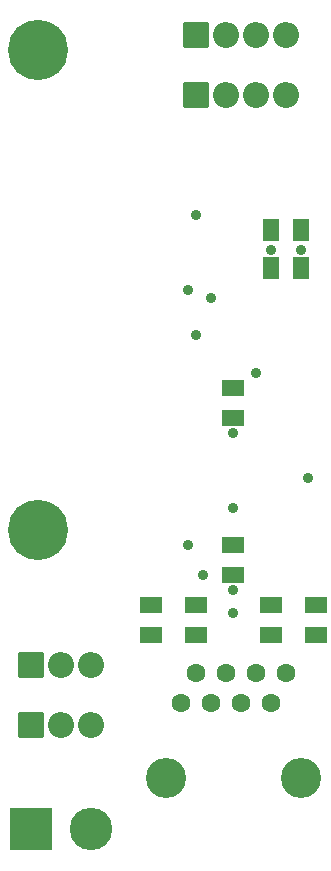
<source format=gbs>
G04 #@! TF.GenerationSoftware,KiCad,Pcbnew,7.0.9*
G04 #@! TF.CreationDate,2023-12-23T18:19:17+01:00*
G04 #@! TF.ProjectId,testing-board,74657374-696e-4672-9d62-6f6172642e6b,v1.0*
G04 #@! TF.SameCoordinates,Original*
G04 #@! TF.FileFunction,Soldermask,Bot*
G04 #@! TF.FilePolarity,Negative*
%FSLAX46Y46*%
G04 Gerber Fmt 4.6, Leading zero omitted, Abs format (unit mm)*
G04 Created by KiCad (PCBNEW 7.0.9) date 2023-12-23 18:19:17*
%MOMM*%
%LPD*%
G01*
G04 APERTURE LIST*
G04 Aperture macros list*
%AMRoundRect*
0 Rectangle with rounded corners*
0 $1 Rounding radius*
0 $2 $3 $4 $5 $6 $7 $8 $9 X,Y pos of 4 corners*
0 Add a 4 corners polygon primitive as box body*
4,1,4,$2,$3,$4,$5,$6,$7,$8,$9,$2,$3,0*
0 Add four circle primitives for the rounded corners*
1,1,$1+$1,$2,$3*
1,1,$1+$1,$4,$5*
1,1,$1+$1,$6,$7*
1,1,$1+$1,$8,$9*
0 Add four rect primitives between the rounded corners*
20,1,$1+$1,$2,$3,$4,$5,0*
20,1,$1+$1,$4,$5,$6,$7,0*
20,1,$1+$1,$6,$7,$8,$9,0*
20,1,$1+$1,$8,$9,$2,$3,0*%
%AMFreePoly0*
4,1,13,0.685355,0.935355,0.700000,0.900000,0.700000,-0.900000,0.685355,-0.935355,0.650000,-0.950000,-0.650000,-0.950000,-0.685355,-0.935355,-0.700000,-0.900000,-0.700000,0.900000,-0.685355,0.935355,-0.650000,0.950000,0.650000,0.950000,0.685355,0.935355,0.685355,0.935355,$1*%
G04 Aperture macros list end*
%ADD10RoundRect,0.050000X1.050000X-1.050000X1.050000X1.050000X-1.050000X1.050000X-1.050000X-1.050000X0*%
%ADD11O,2.200000X2.200000*%
%ADD12C,5.100000*%
%ADD13FreePoly0,90.000000*%
%ADD14RoundRect,0.050000X1.750000X1.750000X-1.750000X1.750000X-1.750000X-1.750000X1.750000X-1.750000X0*%
%ADD15C,3.600000*%
%ADD16C,3.400000*%
%ADD17C,1.600000*%
%ADD18FreePoly0,0.000000*%
%ADD19C,0.900000*%
G04 APERTURE END LIST*
D10*
X132080000Y-64135000D03*
D11*
X134620000Y-64135000D03*
X137160000Y-64135000D03*
X139700000Y-64135000D03*
D12*
X118745000Y-106045000D03*
X118745000Y-65405000D03*
D13*
X135255000Y-96520000D03*
X135255000Y-93980000D03*
X135255000Y-109855000D03*
X135255000Y-107315000D03*
X128270000Y-114935000D03*
X128270000Y-112395000D03*
X132080000Y-114935000D03*
X132080000Y-112395000D03*
X138430000Y-114935000D03*
X138430000Y-112395000D03*
X142240000Y-114935000D03*
X142240000Y-112395000D03*
D10*
X132080000Y-69215000D03*
D11*
X134620000Y-69215000D03*
X137160000Y-69215000D03*
X139700000Y-69215000D03*
D10*
X118110000Y-122555000D03*
D11*
X120650000Y-122555000D03*
X123190000Y-122555000D03*
D10*
X118110000Y-117475000D03*
D11*
X120650000Y-117475000D03*
X123190000Y-117475000D03*
D14*
X118110000Y-131318000D03*
D15*
X123190000Y-131318000D03*
D16*
X129539000Y-127000000D03*
X140971000Y-127000000D03*
D17*
X130811000Y-120650000D03*
X132081000Y-118110000D03*
X133351000Y-120650000D03*
X134621000Y-118110000D03*
X135891000Y-120650000D03*
X137161000Y-118110000D03*
X138431000Y-120650000D03*
X139701000Y-118110000D03*
D18*
X138430000Y-83820000D03*
X140970000Y-83820000D03*
X138430000Y-80645000D03*
X140970000Y-80645000D03*
D19*
X140970000Y-82296000D03*
X138430000Y-82296000D03*
X131445000Y-85725000D03*
X133350000Y-86360000D03*
X135255000Y-97790000D03*
X137160000Y-92710000D03*
X132080000Y-89535000D03*
X131445000Y-107315000D03*
X132715000Y-109855000D03*
X135255000Y-113030000D03*
X135255000Y-111125000D03*
X135255000Y-104140000D03*
X141605000Y-101600000D03*
X132080000Y-79375000D03*
M02*

</source>
